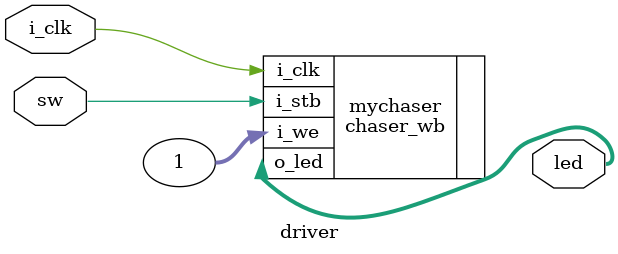
<source format=v>
module driver(
    input wire i_clk,
    output wire [7:0] led,
    input wire sw
);
    chaser_wb #(
        .WIDTH(21)
    ) mychaser (
        .i_clk(i_clk),
        .o_led(led),
        .i_stb(sw),
        .i_we(1)
    );
endmodule
</source>
